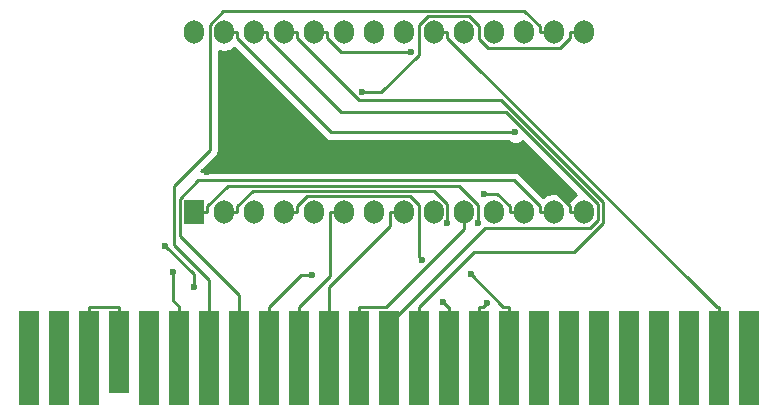
<source format=gbr>
G04 #@! TF.FileFunction,Copper,L1,Top,Signal*
%FSLAX46Y46*%
G04 Gerber Fmt 4.6, Leading zero omitted, Abs format (unit mm)*
G04 Created by KiCad (PCBNEW 4.0.7) date 01/20/19 01:55:54*
%MOMM*%
%LPD*%
G01*
G04 APERTURE LIST*
%ADD10C,0.100000*%
%ADD11R,1.800000X8.000000*%
%ADD12R,1.800000X7.000000*%
%ADD13R,1.700000X2.000000*%
%ADD14O,1.700000X2.000000*%
%ADD15C,0.600000*%
%ADD16C,0.250000*%
%ADD17C,0.254000*%
G04 APERTURE END LIST*
D10*
D11*
X180240840Y-108151440D03*
X177700840Y-108151440D03*
X175160840Y-108151440D03*
X172620840Y-108151440D03*
X170080840Y-108151440D03*
X167540840Y-108151440D03*
X165000840Y-108151440D03*
X162460840Y-108151440D03*
X159920840Y-108151440D03*
X157380840Y-108151440D03*
X154840840Y-108151440D03*
X152300840Y-108151440D03*
X149760840Y-108151440D03*
X147220840Y-108151440D03*
X144680840Y-108151440D03*
X142140840Y-108151440D03*
X139600840Y-108151440D03*
X137060840Y-108151440D03*
X134520840Y-108151440D03*
X131980840Y-108151440D03*
X129440840Y-108151440D03*
D12*
X126895760Y-107658680D03*
D11*
X124360840Y-108151440D03*
X121820840Y-108151440D03*
X119280840Y-108151440D03*
D13*
X133198000Y-95834200D03*
D14*
X166218000Y-80594200D03*
X135738000Y-95834200D03*
X163678000Y-80594200D03*
X138278000Y-95834200D03*
X161138000Y-80594200D03*
X140818000Y-95834200D03*
X158598000Y-80594200D03*
X143358000Y-95834200D03*
X156058000Y-80594200D03*
X145898000Y-95834200D03*
X153518000Y-80594200D03*
X148438000Y-95834200D03*
X150978000Y-80594200D03*
X150978000Y-95834200D03*
X148438000Y-80594200D03*
X153518000Y-95834200D03*
X145898000Y-80594200D03*
X156058000Y-95834200D03*
X143358000Y-80594200D03*
X158598000Y-95834200D03*
X140818000Y-80594200D03*
X161138000Y-95834200D03*
X138278000Y-80594200D03*
X163678000Y-95834200D03*
X135738000Y-80594200D03*
X166218000Y-95834200D03*
X133198000Y-80594200D03*
D15*
X151616500Y-82240500D03*
X158022700Y-103515700D03*
X152562700Y-99868600D03*
X154324500Y-103407200D03*
X154695500Y-96729100D03*
X157251200Y-96739100D03*
X156664100Y-101078800D03*
X157759800Y-94269700D03*
X143250100Y-101138300D03*
X147447800Y-85664300D03*
X130817400Y-98661100D03*
X133241900Y-102182300D03*
X131446100Y-100891100D03*
X134295600Y-92426500D03*
X160447500Y-89067600D03*
D16*
X153518000Y-80594200D02*
X154693300Y-80594200D01*
X177700800Y-108151400D02*
X177700800Y-103826100D01*
X154693300Y-81043800D02*
X154693300Y-80594200D01*
X177475600Y-103826100D02*
X154693300Y-81043800D01*
X177700800Y-103826100D02*
X177475600Y-103826100D01*
X145665400Y-82240500D02*
X151616500Y-82240500D01*
X144533300Y-81108400D02*
X145665400Y-82240500D01*
X144533300Y-80594200D02*
X144533300Y-81108400D01*
X143358000Y-80594200D02*
X144533300Y-80594200D01*
X157380800Y-108151400D02*
X157380800Y-103826100D01*
X157712300Y-103826100D02*
X157380800Y-103826100D01*
X158022700Y-103515700D02*
X157712300Y-103826100D01*
X154840800Y-108151400D02*
X154840800Y-103826100D01*
X154743400Y-103826100D02*
X154840800Y-103826100D01*
X154324500Y-103407200D02*
X154743400Y-103826100D01*
X152248000Y-99553900D02*
X152562700Y-99868600D01*
X152248000Y-95222500D02*
X152248000Y-99553900D01*
X151508200Y-94482700D02*
X152248000Y-95222500D01*
X142830600Y-94482700D02*
X151508200Y-94482700D01*
X141993300Y-95320000D02*
X142830600Y-94482700D01*
X141993300Y-95834200D02*
X141993300Y-95320000D01*
X140818000Y-95834200D02*
X141993300Y-95834200D01*
X135738000Y-95834200D02*
X136913300Y-95834200D01*
X136913300Y-95320000D02*
X136913300Y-95834200D01*
X138201000Y-94032300D02*
X136913300Y-95320000D01*
X153597800Y-94032300D02*
X138201000Y-94032300D01*
X154695500Y-95130000D02*
X153597800Y-94032300D01*
X154695500Y-96729100D02*
X154695500Y-95130000D01*
X140818000Y-80594200D02*
X141993300Y-80594200D01*
X152300800Y-108151400D02*
X152300800Y-103826100D01*
X141993300Y-81108400D02*
X141993300Y-80594200D01*
X147174600Y-86289700D02*
X141993300Y-81108400D01*
X159196800Y-86289700D02*
X147174600Y-86289700D01*
X167853600Y-94946500D02*
X159196800Y-86289700D01*
X167853600Y-96725500D02*
X167853600Y-94946500D01*
X165405300Y-99173800D02*
X167853600Y-96725500D01*
X156953100Y-99173800D02*
X165405300Y-99173800D01*
X152300800Y-103826100D02*
X156953100Y-99173800D01*
X159920800Y-108151400D02*
X159920800Y-103826100D01*
X133198000Y-95834200D02*
X134373300Y-95834200D01*
X157251200Y-95167700D02*
X157251200Y-96739100D01*
X155665000Y-93581500D02*
X157251200Y-95167700D01*
X136111800Y-93581500D02*
X155665000Y-93581500D01*
X134373300Y-95320000D02*
X136111800Y-93581500D01*
X134373300Y-95834200D02*
X134373300Y-95320000D01*
X159411400Y-103826100D02*
X156664100Y-101078800D01*
X159920800Y-103826100D02*
X159411400Y-103826100D01*
X149760800Y-105246900D02*
X149760800Y-108151400D01*
X157848100Y-97159600D02*
X149760800Y-105246900D01*
X166758000Y-97159600D02*
X157848100Y-97159600D01*
X167403200Y-96514400D02*
X166758000Y-97159600D01*
X167403200Y-95133000D02*
X167403200Y-96514400D01*
X159619200Y-87349000D02*
X167403200Y-95133000D01*
X145693900Y-87349000D02*
X159619200Y-87349000D01*
X139453300Y-81108400D02*
X145693900Y-87349000D01*
X139453300Y-80594200D02*
X139453300Y-81108400D01*
X138278000Y-80594200D02*
X139453300Y-80594200D01*
X156058000Y-95834200D02*
X156058000Y-97159500D01*
X147220800Y-108151400D02*
X147220800Y-103826100D01*
X156058000Y-97257900D02*
X156058000Y-97159500D01*
X149489800Y-103826100D02*
X156058000Y-97257900D01*
X147220800Y-103826100D02*
X149489800Y-103826100D01*
X144680800Y-102131400D02*
X144680800Y-108151400D01*
X149802700Y-97009500D02*
X144680800Y-102131400D01*
X149802700Y-95834200D02*
X149802700Y-97009500D01*
X150978000Y-95834200D02*
X149802700Y-95834200D01*
X144722700Y-101244200D02*
X142140800Y-103826100D01*
X144722700Y-95834200D02*
X144722700Y-101244200D01*
X145898000Y-95834200D02*
X144722700Y-95834200D01*
X142140800Y-108151400D02*
X142140800Y-103826100D01*
X158912400Y-94269700D02*
X157759800Y-94269700D01*
X159962700Y-95320000D02*
X158912400Y-94269700D01*
X159962700Y-95834200D02*
X159962700Y-95320000D01*
X161138000Y-95834200D02*
X159962700Y-95834200D01*
X142288600Y-101138300D02*
X139600800Y-103826100D01*
X143250100Y-101138300D02*
X142288600Y-101138300D01*
X139600800Y-108151400D02*
X139600800Y-103826100D01*
X166218000Y-80594200D02*
X165042700Y-80594200D01*
X149102700Y-85664300D02*
X147447800Y-85664300D01*
X152282800Y-82484200D02*
X149102700Y-85664300D01*
X152282800Y-80006500D02*
X152282800Y-82484200D01*
X153048000Y-79241300D02*
X152282800Y-80006500D01*
X156538200Y-79241300D02*
X153048000Y-79241300D01*
X157328000Y-80031100D02*
X156538200Y-79241300D01*
X157328000Y-81148900D02*
X157328000Y-80031100D01*
X158099800Y-81920700D02*
X157328000Y-81148900D01*
X164230400Y-81920700D02*
X158099800Y-81920700D01*
X165042700Y-81108400D02*
X164230400Y-81920700D01*
X165042700Y-80594200D02*
X165042700Y-81108400D01*
X163678000Y-95834200D02*
X162502700Y-95834200D01*
X162502700Y-95320000D02*
X162502700Y-95834200D01*
X160313900Y-93131200D02*
X162502700Y-95320000D01*
X133550300Y-93131200D02*
X160313900Y-93131200D01*
X132022600Y-94658900D02*
X133550300Y-93131200D01*
X132022600Y-97799000D02*
X132022600Y-94658900D01*
X137060800Y-102837200D02*
X132022600Y-97799000D01*
X137060800Y-108151400D02*
X137060800Y-102837200D01*
X133241900Y-101085600D02*
X133241900Y-102182300D01*
X130817400Y-98661100D02*
X133241900Y-101085600D01*
X163678000Y-80594200D02*
X162502700Y-80594200D01*
X134520800Y-101570900D02*
X134520800Y-108151400D01*
X131572200Y-98622300D02*
X134520800Y-101570900D01*
X131572200Y-93573900D02*
X131572200Y-98622300D01*
X134562600Y-90583500D02*
X131572200Y-93573900D01*
X134562600Y-79937600D02*
X134562600Y-90583500D01*
X135709200Y-78791000D02*
X134562600Y-79937600D01*
X161213700Y-78791000D02*
X135709200Y-78791000D01*
X162502700Y-80080000D02*
X161213700Y-78791000D01*
X162502700Y-80594200D02*
X162502700Y-80080000D01*
X131980800Y-108151400D02*
X131980800Y-103826100D01*
X131446100Y-103291400D02*
X131980800Y-103826100D01*
X131446100Y-100891100D02*
X131446100Y-103291400D01*
X166218000Y-95834200D02*
X165042700Y-95834200D01*
X162149200Y-92426500D02*
X134295600Y-92426500D01*
X165042700Y-95320000D02*
X162149200Y-92426500D01*
X165042700Y-95834200D02*
X165042700Y-95320000D01*
X126888500Y-103826100D02*
X126895800Y-103833400D01*
X124360800Y-103826100D02*
X126888500Y-103826100D01*
X124360800Y-108151400D02*
X124360800Y-103826100D01*
X126895800Y-107658700D02*
X126895800Y-103833400D01*
X144872500Y-89067600D02*
X160447500Y-89067600D01*
X136913300Y-81108400D02*
X144872500Y-89067600D01*
X136913300Y-80594200D02*
X136913300Y-81108400D01*
X135738000Y-80594200D02*
X136913300Y-80594200D01*
D17*
G36*
X166345000Y-95707200D02*
X166365000Y-95707200D01*
X166365000Y-95961200D01*
X166345000Y-95961200D01*
X166345000Y-95981200D01*
X166091000Y-95981200D01*
X166091000Y-95961200D01*
X166071000Y-95961200D01*
X166071000Y-95707200D01*
X166091000Y-95707200D01*
X166091000Y-95687200D01*
X166345000Y-95687200D01*
X166345000Y-95707200D01*
X166345000Y-95707200D01*
G37*
X166345000Y-95707200D02*
X166365000Y-95707200D01*
X166365000Y-95961200D01*
X166345000Y-95961200D01*
X166345000Y-95981200D01*
X166091000Y-95981200D01*
X166091000Y-95961200D01*
X166071000Y-95961200D01*
X166071000Y-95707200D01*
X166091000Y-95707200D01*
X166091000Y-95687200D01*
X166345000Y-95687200D01*
X166345000Y-95707200D01*
G36*
X144335099Y-89605001D02*
X144581661Y-89769748D01*
X144872500Y-89827600D01*
X159885037Y-89827600D01*
X159917173Y-89859792D01*
X160260701Y-90002438D01*
X160632667Y-90002762D01*
X160976443Y-89860717D01*
X161016314Y-89820916D01*
X165572578Y-94377180D01*
X165325955Y-94495536D01*
X164942653Y-94923285D01*
X164728054Y-94602114D01*
X164246285Y-94280207D01*
X163678000Y-94167168D01*
X163109715Y-94280207D01*
X162766822Y-94509320D01*
X160851301Y-92593799D01*
X160604739Y-92429052D01*
X160313900Y-92371200D01*
X133849702Y-92371200D01*
X135100001Y-91120901D01*
X135264748Y-90874340D01*
X135322600Y-90583500D01*
X135322600Y-82178604D01*
X135738000Y-82261232D01*
X136306285Y-82148193D01*
X136649178Y-81919080D01*
X144335099Y-89605001D01*
X144335099Y-89605001D01*
G37*
X144335099Y-89605001D02*
X144581661Y-89769748D01*
X144872500Y-89827600D01*
X159885037Y-89827600D01*
X159917173Y-89859792D01*
X160260701Y-90002438D01*
X160632667Y-90002762D01*
X160976443Y-89860717D01*
X161016314Y-89820916D01*
X165572578Y-94377180D01*
X165325955Y-94495536D01*
X164942653Y-94923285D01*
X164728054Y-94602114D01*
X164246285Y-94280207D01*
X163678000Y-94167168D01*
X163109715Y-94280207D01*
X162766822Y-94509320D01*
X160851301Y-92593799D01*
X160604739Y-92429052D01*
X160313900Y-92371200D01*
X133849702Y-92371200D01*
X135100001Y-91120901D01*
X135264748Y-90874340D01*
X135322600Y-90583500D01*
X135322600Y-82178604D01*
X135738000Y-82261232D01*
X136306285Y-82148193D01*
X136649178Y-81919080D01*
X144335099Y-89605001D01*
M02*

</source>
